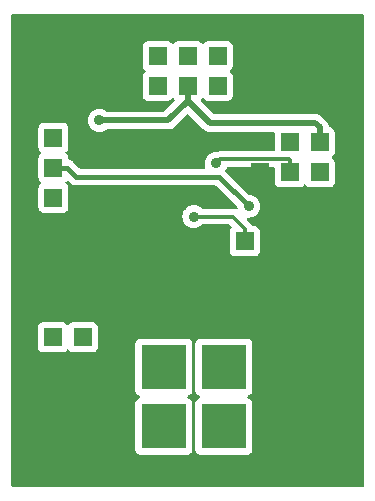
<source format=gbr>
%TF.GenerationSoftware,KiCad,Pcbnew,7.0.5.1-1-g8f565ef7f0-dirty-deb11*%
%TF.CreationDate,2023-07-20T11:10:34+00:00*%
%TF.ProjectId,I2CADC01,49324341-4443-4303-912e-6b696361645f,rev?*%
%TF.SameCoordinates,Original*%
%TF.FileFunction,Copper,L1,Top*%
%TF.FilePolarity,Positive*%
%FSLAX46Y46*%
G04 Gerber Fmt 4.6, Leading zero omitted, Abs format (unit mm)*
G04 Created by KiCad (PCBNEW 7.0.5.1-1-g8f565ef7f0-dirty-deb11) date 2023-07-20 11:10:34*
%MOMM*%
%LPD*%
G01*
G04 APERTURE LIST*
%TA.AperFunction,ComponentPad*%
%ADD10R,1.524000X1.524000*%
%TD*%
%TA.AperFunction,ComponentPad*%
%ADD11C,6.000000*%
%TD*%
%TA.AperFunction,ComponentPad*%
%ADD12R,3.810000X3.810000*%
%TD*%
%TA.AperFunction,ViaPad*%
%ADD13C,0.889000*%
%TD*%
%TA.AperFunction,Conductor*%
%ADD14C,0.500000*%
%TD*%
%TA.AperFunction,Conductor*%
%ADD15C,0.300000*%
%TD*%
%TA.AperFunction,Conductor*%
%ADD16C,0.400000*%
%TD*%
G04 APERTURE END LIST*
D10*
%TO.P,J1,1*%
%TO.N,GND*%
X3810000Y15494000D03*
%TO.P,J1,2*%
X6350000Y15494000D03*
%TO.P,J1,3*%
%TO.N,Net-(C5-Pad2)*%
X3810000Y12954000D03*
%TO.P,J1,4*%
X6350000Y12954000D03*
%TO.P,J1,5*%
%TO.N,GND*%
X3810000Y10414000D03*
%TO.P,J1,6*%
X6350000Y10414000D03*
%TD*%
%TO.P,J3,1*%
%TO.N,GND*%
X22606000Y21082000D03*
%TO.P,J3,2*%
%TO.N,Net-(J3-Pad2)*%
X20066000Y21082000D03*
%TD*%
%TO.P,J5,1*%
%TO.N,VCC*%
X26416000Y26924000D03*
%TO.P,J5,2*%
%TO.N,/CA0*%
X23876000Y26924000D03*
%TD*%
%TO.P,J6,1*%
%TO.N,VCC*%
X26416000Y29464000D03*
%TO.P,J6,2*%
%TO.N,/CA1*%
X23876000Y29464000D03*
%TD*%
%TO.P,J7,1*%
%TO.N,GND*%
X20320000Y36766500D03*
%TO.P,J7,2*%
X20320000Y34226500D03*
%TO.P,J7,3*%
%TO.N,/SDA*%
X17780000Y36766500D03*
%TO.P,J7,4*%
X17780000Y34226500D03*
%TO.P,J7,5*%
%TO.N,VCC*%
X15240000Y36766500D03*
%TO.P,J7,6*%
X15240000Y34226500D03*
%TO.P,J7,7*%
%TO.N,/SCL*%
X12700000Y36766500D03*
%TO.P,J7,8*%
X12700000Y34226500D03*
%TO.P,J7,9*%
%TO.N,GND*%
X10160000Y36766500D03*
%TO.P,J7,10*%
X10160000Y34226500D03*
%TD*%
D11*
%TO.P,M1,1*%
%TO.N,GND*%
X5080000Y35560000D03*
%TD*%
%TO.P,M2,1*%
%TO.N,GND*%
X25400000Y5080000D03*
%TD*%
%TO.P,M3,1*%
%TO.N,GND*%
X25400000Y35560000D03*
%TD*%
%TO.P,M4,1*%
%TO.N,GND*%
X5080000Y5080000D03*
%TD*%
D12*
%TO.P,P1,1*%
%TO.N,Net-(P1-Pad1)*%
X18288000Y5414000D03*
X18288000Y10414000D03*
%TD*%
%TO.P,P2,1*%
%TO.N,Net-(P2-Pad1)*%
X13208000Y10414000D03*
X13208000Y5414000D03*
%TD*%
D10*
%TO.P,J4,1*%
%TO.N,Net-(C8-Pad2)*%
X3873500Y29845000D03*
%TO.P,J4,2*%
%TO.N,Net-(J4-Pad2)*%
X3873500Y27305000D03*
%TO.P,J4,3*%
%TO.N,VCC*%
X3873500Y24765000D03*
%TD*%
%TO.P,J8,1*%
%TO.N,GND*%
X21336000Y26924000D03*
%TO.P,J8,2*%
X21336000Y29464000D03*
%TD*%
D13*
%TO.N,VCC*%
X7757524Y31309999D03*
%TO.N,Net-(J3-Pad2)*%
X15748000Y23177500D03*
%TO.N,/CA0*%
X17653000Y27686000D03*
%TO.N,Net-(J4-Pad2)*%
X20402158Y24041436D03*
%TD*%
D14*
%TO.N,VCC*%
X15240000Y32964500D02*
X16409241Y31795259D01*
X15240000Y32964500D02*
X13585499Y31309999D01*
X15240000Y34226500D02*
X15240000Y32964500D01*
X26027000Y31115000D02*
X17089500Y31115000D01*
X17089500Y31115000D02*
X16409241Y31795259D01*
X12558207Y31309999D02*
X7757524Y31309999D01*
X13585499Y31309999D02*
X12558207Y31309999D01*
X26416000Y30726000D02*
X26027000Y31115000D01*
X26416000Y30726000D02*
X26416000Y29464000D01*
D15*
%TO.N,Net-(J3-Pad2)*%
X15748000Y23177500D02*
X19032500Y23177500D01*
X19032500Y23177500D02*
X20066000Y22144000D01*
X20066000Y22144000D02*
X20066000Y21082000D01*
%TO.N,/CA0*%
X18003001Y28036001D02*
X17653000Y27686000D01*
X23876000Y27986000D02*
X23825999Y28036001D01*
X23876000Y26924000D02*
X23876000Y27986000D01*
X23825999Y28036001D02*
X18003001Y28036001D01*
D16*
%TO.N,Net-(J4-Pad2)*%
X3873500Y27305000D02*
X5035500Y27305000D01*
X5816501Y26523999D02*
X8495526Y26523999D01*
X5035500Y27305000D02*
X5816501Y26523999D01*
X17919595Y26523999D02*
X20402158Y24041436D01*
X8495526Y26523999D02*
X17919595Y26523999D01*
%TD*%
%TA.AperFunction,Conductor*%
%TO.N,GND*%
G36*
X30117621Y40315498D02*
G01*
X30164114Y40261842D01*
X30175500Y40209500D01*
X30175500Y430500D01*
X30155498Y362379D01*
X30101842Y315886D01*
X30049500Y304500D01*
X430500Y304500D01*
X362379Y324502D01*
X315886Y378158D01*
X304500Y430500D01*
X304500Y3460350D01*
X10794500Y3460350D01*
X10801009Y3399803D01*
X10801011Y3399795D01*
X10852110Y3262797D01*
X10852112Y3262792D01*
X10939738Y3145738D01*
X11056792Y3058112D01*
X11056797Y3058110D01*
X11193795Y3007011D01*
X11193803Y3007009D01*
X11254350Y3000500D01*
X11254362Y3000500D01*
X15161649Y3000500D01*
X15222196Y3007009D01*
X15222204Y3007011D01*
X15359202Y3058110D01*
X15359207Y3058112D01*
X15476261Y3145738D01*
X15563887Y3262792D01*
X15563889Y3262797D01*
X15614988Y3399795D01*
X15614990Y3399803D01*
X15621499Y3460350D01*
X15874500Y3460350D01*
X15881009Y3399803D01*
X15881011Y3399795D01*
X15932110Y3262797D01*
X15932112Y3262792D01*
X16019738Y3145738D01*
X16136792Y3058112D01*
X16136797Y3058110D01*
X16273795Y3007011D01*
X16273803Y3007009D01*
X16334350Y3000500D01*
X16334362Y3000500D01*
X20241649Y3000500D01*
X20302196Y3007009D01*
X20302204Y3007011D01*
X20439202Y3058110D01*
X20439207Y3058112D01*
X20556261Y3145738D01*
X20643887Y3262792D01*
X20643889Y3262797D01*
X20694988Y3399795D01*
X20694990Y3399803D01*
X20701499Y3460350D01*
X20701500Y3460367D01*
X20701500Y7367632D01*
X20701499Y7367649D01*
X20694990Y7428196D01*
X20694988Y7428204D01*
X20687960Y7447045D01*
X20643889Y7565204D01*
X20556261Y7682261D01*
X20439204Y7769889D01*
X20369343Y7795945D01*
X20312511Y7838491D01*
X20287700Y7905012D01*
X20302792Y7974386D01*
X20352994Y8024588D01*
X20369334Y8032050D01*
X20439204Y8058111D01*
X20439205Y8058112D01*
X20439208Y8058113D01*
X20556261Y8145738D01*
X20643887Y8262792D01*
X20643889Y8262797D01*
X20694988Y8399795D01*
X20694990Y8399803D01*
X20701499Y8460350D01*
X20701500Y8460367D01*
X20701500Y12367632D01*
X20701499Y12367649D01*
X20694990Y12428196D01*
X20694988Y12428204D01*
X20687960Y12447045D01*
X20643889Y12565204D01*
X20556261Y12682261D01*
X20439204Y12769889D01*
X20302201Y12820989D01*
X20302199Y12820989D01*
X20302196Y12820990D01*
X20241649Y12827499D01*
X20241645Y12827499D01*
X20241638Y12827500D01*
X16334362Y12827500D01*
X16334355Y12827499D01*
X16334350Y12827499D01*
X16273803Y12820990D01*
X16273795Y12820988D01*
X16195875Y12791924D01*
X16136796Y12769889D01*
X16136794Y12769888D01*
X16136792Y12769887D01*
X16019738Y12682261D01*
X15932112Y12565207D01*
X15932110Y12565202D01*
X15881011Y12428204D01*
X15881009Y12428196D01*
X15874500Y12367649D01*
X15874500Y8460350D01*
X15881009Y8399803D01*
X15881011Y8399795D01*
X15932110Y8262797D01*
X15932112Y8262792D01*
X16019738Y8145738D01*
X16136792Y8058112D01*
X16136797Y8058110D01*
X16206653Y8032055D01*
X16263489Y7989508D01*
X16288299Y7922988D01*
X16273207Y7853614D01*
X16223005Y7803412D01*
X16206653Y7795945D01*
X16169676Y7782152D01*
X16136796Y7769889D01*
X16136794Y7769888D01*
X16136792Y7769887D01*
X16019738Y7682261D01*
X15932112Y7565207D01*
X15932110Y7565202D01*
X15881011Y7428204D01*
X15881009Y7428196D01*
X15874500Y7367649D01*
X15874500Y3460350D01*
X15621499Y3460350D01*
X15621500Y3460367D01*
X15621500Y7367632D01*
X15621499Y7367649D01*
X15614990Y7428196D01*
X15614988Y7428204D01*
X15607960Y7447045D01*
X15563889Y7565204D01*
X15476261Y7682261D01*
X15359204Y7769889D01*
X15289343Y7795945D01*
X15232511Y7838491D01*
X15207700Y7905012D01*
X15222792Y7974386D01*
X15272994Y8024588D01*
X15289334Y8032050D01*
X15359204Y8058111D01*
X15359205Y8058112D01*
X15359208Y8058113D01*
X15476261Y8145738D01*
X15563887Y8262792D01*
X15563889Y8262797D01*
X15614988Y8399795D01*
X15614990Y8399803D01*
X15621499Y8460350D01*
X15621500Y8460367D01*
X15621500Y12367632D01*
X15621499Y12367649D01*
X15614990Y12428196D01*
X15614988Y12428204D01*
X15607960Y12447045D01*
X15563889Y12565204D01*
X15476261Y12682261D01*
X15359204Y12769889D01*
X15222201Y12820989D01*
X15222199Y12820989D01*
X15222196Y12820990D01*
X15161649Y12827499D01*
X15161645Y12827499D01*
X15161638Y12827500D01*
X11254362Y12827500D01*
X11254355Y12827499D01*
X11254350Y12827499D01*
X11193803Y12820990D01*
X11193795Y12820988D01*
X11115875Y12791924D01*
X11056796Y12769889D01*
X11056794Y12769888D01*
X11056792Y12769887D01*
X10939738Y12682261D01*
X10852112Y12565207D01*
X10852110Y12565202D01*
X10801011Y12428204D01*
X10801009Y12428196D01*
X10794500Y12367649D01*
X10794500Y8460350D01*
X10801009Y8399803D01*
X10801011Y8399795D01*
X10852110Y8262797D01*
X10852112Y8262792D01*
X10939738Y8145738D01*
X11056792Y8058112D01*
X11056797Y8058110D01*
X11126653Y8032055D01*
X11183489Y7989508D01*
X11208299Y7922988D01*
X11193207Y7853614D01*
X11143005Y7803412D01*
X11126653Y7795945D01*
X11089676Y7782152D01*
X11056796Y7769889D01*
X11056794Y7769888D01*
X11056792Y7769887D01*
X10939738Y7682261D01*
X10852112Y7565207D01*
X10852110Y7565202D01*
X10801011Y7428204D01*
X10801009Y7428196D01*
X10794500Y7367649D01*
X10794500Y3460350D01*
X304500Y3460350D01*
X304500Y12143350D01*
X2539500Y12143350D01*
X2546009Y12082803D01*
X2546011Y12082795D01*
X2597110Y11945797D01*
X2597112Y11945792D01*
X2684738Y11828738D01*
X2801792Y11741112D01*
X2801797Y11741110D01*
X2938795Y11690011D01*
X2938803Y11690009D01*
X2999350Y11683500D01*
X2999362Y11683500D01*
X4620649Y11683500D01*
X4681196Y11690009D01*
X4681204Y11690011D01*
X4818202Y11741110D01*
X4818207Y11741112D01*
X4935261Y11828738D01*
X4979131Y11887342D01*
X5035967Y11929889D01*
X5106782Y11934954D01*
X5169094Y11900928D01*
X5180866Y11887344D01*
X5224739Y11828738D01*
X5341792Y11741112D01*
X5341797Y11741110D01*
X5478795Y11690011D01*
X5478803Y11690009D01*
X5539350Y11683500D01*
X5539362Y11683500D01*
X7160649Y11683500D01*
X7221196Y11690009D01*
X7221204Y11690011D01*
X7358202Y11741110D01*
X7358207Y11741112D01*
X7475261Y11828738D01*
X7562887Y11945792D01*
X7562889Y11945797D01*
X7613988Y12082795D01*
X7613990Y12082803D01*
X7620499Y12143350D01*
X7620500Y12143367D01*
X7620500Y13764632D01*
X7620499Y13764649D01*
X7613990Y13825196D01*
X7613988Y13825204D01*
X7606960Y13844045D01*
X7562889Y13962204D01*
X7475261Y14079261D01*
X7358204Y14166889D01*
X7221201Y14217989D01*
X7221199Y14217989D01*
X7221196Y14217990D01*
X7160649Y14224499D01*
X7160645Y14224499D01*
X7160638Y14224500D01*
X5539362Y14224500D01*
X5539355Y14224499D01*
X5539350Y14224499D01*
X5478803Y14217990D01*
X5478795Y14217988D01*
X5400875Y14188924D01*
X5341796Y14166889D01*
X5341794Y14166888D01*
X5341792Y14166887D01*
X5224738Y14079261D01*
X5180868Y14020657D01*
X5124032Y13978110D01*
X5053216Y13973046D01*
X4990904Y14007071D01*
X4979132Y14020657D01*
X4935261Y14079261D01*
X4818207Y14166887D01*
X4818206Y14166887D01*
X4818204Y14166889D01*
X4681201Y14217989D01*
X4681199Y14217989D01*
X4681196Y14217990D01*
X4620649Y14224499D01*
X4620645Y14224499D01*
X4620638Y14224500D01*
X2999362Y14224500D01*
X2999355Y14224499D01*
X2999350Y14224499D01*
X2938803Y14217990D01*
X2938795Y14217988D01*
X2860875Y14188924D01*
X2801796Y14166889D01*
X2801794Y14166888D01*
X2801792Y14166887D01*
X2684738Y14079261D01*
X2597112Y13962207D01*
X2597110Y13962202D01*
X2546011Y13825204D01*
X2546009Y13825196D01*
X2539500Y13764649D01*
X2539500Y12143350D01*
X304500Y12143350D01*
X304500Y23954350D01*
X2603000Y23954350D01*
X2609509Y23893803D01*
X2609511Y23893795D01*
X2660610Y23756797D01*
X2660612Y23756792D01*
X2748238Y23639738D01*
X2865292Y23552112D01*
X2865297Y23552110D01*
X3002295Y23501011D01*
X3002303Y23501009D01*
X3062850Y23494500D01*
X3062862Y23494500D01*
X4684149Y23494500D01*
X4744696Y23501009D01*
X4744704Y23501011D01*
X4881702Y23552110D01*
X4881707Y23552112D01*
X4998761Y23639738D01*
X5086387Y23756792D01*
X5086389Y23756797D01*
X5096069Y23782748D01*
X5111371Y23823774D01*
X5137488Y23893795D01*
X5137490Y23893803D01*
X5143999Y23954350D01*
X5144000Y23954367D01*
X5144000Y25575632D01*
X5143999Y25575649D01*
X5137490Y25636196D01*
X5137488Y25636204D01*
X5109549Y25711110D01*
X5086389Y25773204D01*
X5067274Y25798738D01*
X4998761Y25890261D01*
X4940157Y25934132D01*
X4897610Y25990968D01*
X4892546Y26061784D01*
X4926571Y26124096D01*
X4940157Y26135868D01*
X5002877Y26182820D01*
X5069397Y26207631D01*
X5138771Y26192540D01*
X5167481Y26171047D01*
X5299019Y26039510D01*
X5301627Y26036739D01*
X5343227Y25989783D01*
X5394840Y25954156D01*
X5397903Y25951902D01*
X5447273Y25913225D01*
X5447278Y25913222D01*
X5456576Y25909037D01*
X5476427Y25897841D01*
X5484821Y25892047D01*
X5484827Y25892044D01*
X5543471Y25869803D01*
X5546986Y25868347D01*
X5604166Y25842613D01*
X5604178Y25842609D01*
X5614207Y25840771D01*
X5636154Y25834653D01*
X5645696Y25831035D01*
X5645698Y25831034D01*
X5645700Y25831034D01*
X5681963Y25826630D01*
X5707959Y25823473D01*
X5711717Y25822901D01*
X5773406Y25811598D01*
X5773407Y25811598D01*
X5773408Y25811598D01*
X5836003Y25815384D01*
X5839803Y25815499D01*
X8452667Y25815499D01*
X17573935Y25815499D01*
X17642056Y25795497D01*
X17663025Y25778598D01*
X19033722Y24407901D01*
X19417514Y24024109D01*
X19451539Y23961797D01*
X19453811Y23947363D01*
X19456410Y23920972D01*
X19443181Y23851219D01*
X19394340Y23799691D01*
X19325395Y23782748D01*
X19285146Y23794076D01*
X19284208Y23791706D01*
X19276842Y23794621D01*
X19276837Y23794624D01*
X19256062Y23799957D01*
X19237369Y23806356D01*
X19217676Y23814880D01*
X19169091Y23822574D01*
X19163310Y23823771D01*
X19115688Y23836000D01*
X19115686Y23836000D01*
X19094241Y23836000D01*
X19074532Y23837550D01*
X19053348Y23840906D01*
X19016500Y23837422D01*
X19004406Y23836280D01*
X18998473Y23836000D01*
X16492921Y23836000D01*
X16424800Y23856002D01*
X16412988Y23864601D01*
X16303627Y23954350D01*
X16280023Y23973721D01*
X16280023Y23973722D01*
X16280021Y23973723D01*
X16280020Y23973724D01*
X16114462Y24062217D01*
X15934821Y24116711D01*
X15934815Y24116711D01*
X15934814Y24116712D01*
X15748003Y24135111D01*
X15747997Y24135111D01*
X15561186Y24116712D01*
X15561184Y24116712D01*
X15561181Y24116711D01*
X15561179Y24116711D01*
X15381538Y24062217D01*
X15215980Y23973724D01*
X15070867Y23854633D01*
X14990571Y23756792D01*
X14951776Y23709520D01*
X14863284Y23543965D01*
X14863282Y23543959D01*
X14808787Y23364315D01*
X14808787Y23364313D01*
X14790389Y23177503D01*
X14790389Y23177496D01*
X14808787Y22990686D01*
X14808787Y22990684D01*
X14863282Y22811040D01*
X14863284Y22811034D01*
X14951776Y22645479D01*
X15070867Y22500367D01*
X15215979Y22381276D01*
X15381534Y22292784D01*
X15381540Y22292782D01*
X15561185Y22238287D01*
X15747997Y22219889D01*
X15748000Y22219889D01*
X15748003Y22219889D01*
X15934813Y22238287D01*
X15934815Y22238287D01*
X16114459Y22292782D01*
X16114465Y22292784D01*
X16280023Y22381277D01*
X16280023Y22381278D01*
X16412988Y22490399D01*
X16478335Y22518153D01*
X16492921Y22519000D01*
X18707549Y22519000D01*
X18775670Y22498998D01*
X18796645Y22482095D01*
X18919508Y22359230D01*
X18953533Y22296917D01*
X18948467Y22226102D01*
X18931280Y22194626D01*
X18853112Y22090207D01*
X18853110Y22090202D01*
X18802011Y21953204D01*
X18802009Y21953196D01*
X18795500Y21892649D01*
X18795500Y20271350D01*
X18802009Y20210803D01*
X18802011Y20210795D01*
X18853110Y20073797D01*
X18853112Y20073792D01*
X18940738Y19956738D01*
X19057792Y19869112D01*
X19057797Y19869110D01*
X19194795Y19818011D01*
X19194803Y19818009D01*
X19255350Y19811500D01*
X19255362Y19811500D01*
X20876649Y19811500D01*
X20937196Y19818009D01*
X20937204Y19818011D01*
X21074202Y19869110D01*
X21074207Y19869112D01*
X21191261Y19956738D01*
X21278887Y20073792D01*
X21278889Y20073797D01*
X21329988Y20210795D01*
X21329990Y20210803D01*
X21336499Y20271350D01*
X21336500Y20271367D01*
X21336500Y21892632D01*
X21336499Y21892649D01*
X21329990Y21953196D01*
X21329988Y21953204D01*
X21322960Y21972045D01*
X21278889Y22090204D01*
X21191261Y22207261D01*
X21174392Y22219889D01*
X21074207Y22294887D01*
X21074206Y22294887D01*
X21074204Y22294889D01*
X20937201Y22345989D01*
X20937199Y22345989D01*
X20937196Y22345990D01*
X20876649Y22352499D01*
X20876645Y22352499D01*
X20876638Y22352500D01*
X20876632Y22352500D01*
X20779600Y22352500D01*
X20711479Y22372502D01*
X20671151Y22414354D01*
X20664233Y22426050D01*
X20655529Y22443816D01*
X20647635Y22463756D01*
X20618730Y22503537D01*
X20615480Y22508487D01*
X20609263Y22519000D01*
X20590453Y22550807D01*
X20575281Y22565977D01*
X20562444Y22581009D01*
X20549845Y22598351D01*
X20549841Y22598357D01*
X20511950Y22629702D01*
X20507588Y22633670D01*
X20268775Y22872483D01*
X20234751Y22934793D01*
X20239816Y23005608D01*
X20282363Y23062444D01*
X20348883Y23087255D01*
X20370218Y23086970D01*
X20398539Y23084181D01*
X20402158Y23083825D01*
X20402159Y23083825D01*
X20402161Y23083825D01*
X20588971Y23102223D01*
X20588973Y23102223D01*
X20768617Y23156718D01*
X20768623Y23156720D01*
X20934178Y23245212D01*
X21079291Y23364303D01*
X21198382Y23509416D01*
X21286875Y23674974D01*
X21341369Y23854615D01*
X21341369Y23854617D01*
X21341370Y23854620D01*
X21341370Y23854622D01*
X21359769Y24041432D01*
X21359769Y24041439D01*
X21341370Y24228249D01*
X21341370Y24228251D01*
X21341369Y24228252D01*
X21341369Y24228257D01*
X21286875Y24407898D01*
X21198382Y24573456D01*
X21079291Y24718569D01*
X20934178Y24837660D01*
X20768620Y24926153D01*
X20588979Y24980647D01*
X20496225Y24989781D01*
X20430398Y25016362D01*
X20419492Y25026070D01*
X18458916Y26986646D01*
X18424892Y27048956D01*
X18429957Y27119771D01*
X18446427Y27148400D01*
X18445784Y27148831D01*
X18449222Y27153976D01*
X18533098Y27310897D01*
X18582850Y27361545D01*
X18644220Y27377501D01*
X22479500Y27377501D01*
X22547621Y27357499D01*
X22594114Y27303843D01*
X22605500Y27251501D01*
X22605500Y26113350D01*
X22612009Y26052803D01*
X22612011Y26052795D01*
X22663110Y25915797D01*
X22663112Y25915792D01*
X22750738Y25798738D01*
X22867792Y25711112D01*
X22867797Y25711110D01*
X23004795Y25660011D01*
X23004803Y25660009D01*
X23065350Y25653500D01*
X23065362Y25653500D01*
X24686649Y25653500D01*
X24747196Y25660009D01*
X24747204Y25660011D01*
X24884202Y25711110D01*
X24884207Y25711112D01*
X25001261Y25798739D01*
X25045133Y25857343D01*
X25101969Y25899889D01*
X25172784Y25904953D01*
X25235096Y25870928D01*
X25246867Y25857343D01*
X25290738Y25798739D01*
X25407792Y25711112D01*
X25407797Y25711110D01*
X25544795Y25660011D01*
X25544803Y25660009D01*
X25605350Y25653500D01*
X25605362Y25653500D01*
X27226649Y25653500D01*
X27287196Y25660009D01*
X27287204Y25660011D01*
X27424202Y25711110D01*
X27424207Y25711112D01*
X27541261Y25798738D01*
X27628887Y25915792D01*
X27628889Y25915797D01*
X27679988Y26052795D01*
X27679990Y26052803D01*
X27686499Y26113350D01*
X27686500Y26113367D01*
X27686500Y27734632D01*
X27686499Y27734649D01*
X27679990Y27795196D01*
X27679988Y27795204D01*
X27651038Y27872821D01*
X27628889Y27932204D01*
X27625332Y27936955D01*
X27541261Y28049261D01*
X27482657Y28093132D01*
X27440110Y28149968D01*
X27435046Y28220784D01*
X27469071Y28283096D01*
X27482657Y28294868D01*
X27541261Y28338738D01*
X27628887Y28455792D01*
X27628889Y28455797D01*
X27679988Y28592795D01*
X27679990Y28592803D01*
X27686499Y28653350D01*
X27686500Y28653367D01*
X27686500Y30274632D01*
X27686499Y30274649D01*
X27679990Y30335196D01*
X27679988Y30335204D01*
X27666716Y30370786D01*
X27628889Y30472204D01*
X27587561Y30527411D01*
X27541261Y30589261D01*
X27424207Y30676887D01*
X27424206Y30676887D01*
X27424204Y30676889D01*
X27287201Y30727989D01*
X27279204Y30728848D01*
X27213613Y30756014D01*
X27173119Y30814331D01*
X27167148Y30843147D01*
X27163887Y30880427D01*
X27163885Y30880430D01*
X27162402Y30887619D01*
X27162470Y30887633D01*
X27160841Y30894981D01*
X27160773Y30894965D01*
X27159079Y30902109D01*
X27159079Y30902113D01*
X27132826Y30974241D01*
X27132246Y30975911D01*
X27108114Y31048738D01*
X27108107Y31048748D01*
X27105010Y31055393D01*
X27105072Y31055422D01*
X27101789Y31062203D01*
X27101729Y31062173D01*
X27098437Y31068724D01*
X27098435Y31068732D01*
X27056240Y31132883D01*
X27055307Y31134348D01*
X27015030Y31199651D01*
X27015021Y31199659D01*
X27010477Y31205408D01*
X27010531Y31205450D01*
X27005775Y31211289D01*
X27005723Y31211246D01*
X27001007Y31216864D01*
X27001001Y31216874D01*
X26945147Y31269568D01*
X26943913Y31270766D01*
X26608901Y31605778D01*
X26596941Y31619617D01*
X26582469Y31639058D01*
X26542015Y31673001D01*
X26537979Y31676700D01*
X26532101Y31682580D01*
X26506753Y31702621D01*
X26505461Y31703674D01*
X26446640Y31753032D01*
X26446637Y31753033D01*
X26446633Y31753037D01*
X26440508Y31757066D01*
X26440545Y31757122D01*
X26434187Y31761173D01*
X26434151Y31761115D01*
X26427901Y31764970D01*
X26358376Y31797389D01*
X26356741Y31798179D01*
X26288188Y31832609D01*
X26288181Y31832610D01*
X26281291Y31835119D01*
X26281314Y31835184D01*
X26274197Y31837658D01*
X26274176Y31837594D01*
X26267207Y31839903D01*
X26249057Y31843650D01*
X26191994Y31855432D01*
X26190312Y31855805D01*
X26115656Y31873500D01*
X26115655Y31873500D01*
X26108368Y31874352D01*
X26108375Y31874419D01*
X26100877Y31875185D01*
X26100872Y31875119D01*
X26093566Y31875757D01*
X26093558Y31875759D01*
X26047543Y31874420D01*
X26016825Y31873527D01*
X26014993Y31873500D01*
X17455871Y31873500D01*
X17387750Y31893502D01*
X17366780Y31910400D01*
X16914342Y32362839D01*
X16914341Y32362839D01*
X16359694Y32917485D01*
X16325670Y32979795D01*
X16330735Y33050610D01*
X16359696Y33095673D01*
X16365260Y33101237D01*
X16409133Y33159843D01*
X16465969Y33202389D01*
X16536784Y33207453D01*
X16599096Y33173428D01*
X16610867Y33159843D01*
X16654738Y33101239D01*
X16771792Y33013612D01*
X16771797Y33013610D01*
X16908795Y32962511D01*
X16908803Y32962509D01*
X16969350Y32956000D01*
X16969362Y32956000D01*
X18590649Y32956000D01*
X18651196Y32962509D01*
X18651204Y32962511D01*
X18788202Y33013610D01*
X18788207Y33013612D01*
X18905261Y33101238D01*
X18992887Y33218292D01*
X18992889Y33218297D01*
X19043988Y33355295D01*
X19043990Y33355303D01*
X19050499Y33415850D01*
X19050500Y33415867D01*
X19050500Y35037132D01*
X19050499Y35037149D01*
X19043990Y35097696D01*
X19043988Y35097704D01*
X19036960Y35116545D01*
X18992889Y35234704D01*
X18905261Y35351761D01*
X18905260Y35351761D01*
X18846657Y35395632D01*
X18804110Y35452468D01*
X18799046Y35523284D01*
X18833071Y35585596D01*
X18846657Y35597368D01*
X18905261Y35641238D01*
X18992887Y35758292D01*
X18992889Y35758297D01*
X19043988Y35895295D01*
X19043990Y35895303D01*
X19050499Y35955850D01*
X19050500Y35955867D01*
X19050500Y37577132D01*
X19050499Y37577149D01*
X19043990Y37637696D01*
X19043988Y37637704D01*
X19036960Y37656545D01*
X18992889Y37774704D01*
X18905261Y37891761D01*
X18788204Y37979389D01*
X18651201Y38030489D01*
X18651199Y38030489D01*
X18651196Y38030490D01*
X18590649Y38036999D01*
X18590645Y38036999D01*
X18590638Y38037000D01*
X16969362Y38037000D01*
X16969355Y38036999D01*
X16969350Y38036999D01*
X16908803Y38030490D01*
X16908795Y38030488D01*
X16830875Y38001424D01*
X16771796Y37979389D01*
X16771794Y37979388D01*
X16771792Y37979387D01*
X16654737Y37891760D01*
X16610866Y37833156D01*
X16554030Y37790610D01*
X16483214Y37785546D01*
X16420902Y37819572D01*
X16409132Y37833156D01*
X16365261Y37891761D01*
X16248204Y37979389D01*
X16111201Y38030489D01*
X16111199Y38030489D01*
X16111196Y38030490D01*
X16050649Y38036999D01*
X16050645Y38036999D01*
X16050638Y38037000D01*
X14429362Y38037000D01*
X14429355Y38036999D01*
X14429350Y38036999D01*
X14368803Y38030490D01*
X14368795Y38030488D01*
X14290875Y38001424D01*
X14231796Y37979389D01*
X14231794Y37979388D01*
X14231792Y37979387D01*
X14114737Y37891760D01*
X14070866Y37833156D01*
X14014030Y37790610D01*
X13943214Y37785546D01*
X13880902Y37819572D01*
X13869132Y37833156D01*
X13825261Y37891761D01*
X13708204Y37979389D01*
X13571201Y38030489D01*
X13571199Y38030489D01*
X13571196Y38030490D01*
X13510649Y38036999D01*
X13510645Y38036999D01*
X13510638Y38037000D01*
X11889362Y38037000D01*
X11889355Y38036999D01*
X11889350Y38036999D01*
X11828803Y38030490D01*
X11828795Y38030488D01*
X11750875Y38001424D01*
X11691796Y37979389D01*
X11691794Y37979388D01*
X11691792Y37979387D01*
X11574738Y37891761D01*
X11487112Y37774707D01*
X11487110Y37774702D01*
X11436011Y37637704D01*
X11436009Y37637696D01*
X11429500Y37577149D01*
X11429500Y35955850D01*
X11436009Y35895303D01*
X11436011Y35895295D01*
X11487110Y35758297D01*
X11487112Y35758292D01*
X11574739Y35641238D01*
X11633343Y35597367D01*
X11675889Y35540531D01*
X11680953Y35469716D01*
X11646928Y35407404D01*
X11633343Y35395633D01*
X11574739Y35351761D01*
X11487112Y35234707D01*
X11487110Y35234702D01*
X11436011Y35097704D01*
X11436009Y35097696D01*
X11429500Y35037149D01*
X11429500Y33415850D01*
X11436009Y33355303D01*
X11436011Y33355295D01*
X11487110Y33218297D01*
X11487112Y33218292D01*
X11574738Y33101238D01*
X11691792Y33013612D01*
X11691797Y33013610D01*
X11828795Y32962511D01*
X11828803Y32962509D01*
X11889350Y32956000D01*
X11889362Y32956000D01*
X13510649Y32956000D01*
X13571196Y32962509D01*
X13571204Y32962511D01*
X13708202Y33013610D01*
X13708207Y33013612D01*
X13825261Y33101238D01*
X13869131Y33159842D01*
X13925967Y33202389D01*
X13996782Y33207454D01*
X14059094Y33173428D01*
X14070866Y33159844D01*
X14114741Y33101235D01*
X14120303Y33095674D01*
X14154329Y33033362D01*
X14149264Y32962547D01*
X14120303Y32917484D01*
X13308223Y32105404D01*
X13245911Y32071378D01*
X13219128Y32068499D01*
X8380594Y32068499D01*
X8312473Y32088501D01*
X8300659Y32097101D01*
X8289544Y32106223D01*
X8123986Y32194716D01*
X7944345Y32249210D01*
X7944339Y32249210D01*
X7944338Y32249211D01*
X7757527Y32267610D01*
X7757521Y32267610D01*
X7570710Y32249211D01*
X7570708Y32249211D01*
X7570705Y32249210D01*
X7570703Y32249210D01*
X7391062Y32194716D01*
X7225504Y32106223D01*
X7080391Y31987132D01*
X6987890Y31874419D01*
X6961300Y31842019D01*
X6872808Y31676464D01*
X6872806Y31676458D01*
X6818311Y31496814D01*
X6818311Y31496812D01*
X6799913Y31310002D01*
X6799913Y31309995D01*
X6818311Y31123185D01*
X6818311Y31123183D01*
X6872806Y30943539D01*
X6872808Y30943533D01*
X6961300Y30777978D01*
X7080391Y30632866D01*
X7225503Y30513775D01*
X7391058Y30425283D01*
X7391064Y30425281D01*
X7570709Y30370786D01*
X7757521Y30352388D01*
X7757524Y30352388D01*
X7757527Y30352388D01*
X7944337Y30370786D01*
X7944339Y30370786D01*
X8123983Y30425281D01*
X8123989Y30425283D01*
X8289544Y30513775D01*
X8300659Y30522897D01*
X8366006Y30550652D01*
X8380594Y30551499D01*
X12469551Y30551499D01*
X13521058Y30551499D01*
X13539318Y30550169D01*
X13563287Y30546658D01*
X13563288Y30546658D01*
X13572032Y30547423D01*
X13615884Y30551259D01*
X13621377Y30551499D01*
X13629684Y30551499D01*
X13661698Y30555241D01*
X13663514Y30555426D01*
X13681590Y30557008D01*
X13739918Y30562111D01*
X13739921Y30562111D01*
X13739925Y30562112D01*
X13739928Y30562113D01*
X13747105Y30563595D01*
X13747118Y30563530D01*
X13754488Y30565164D01*
X13754474Y30565228D01*
X13761614Y30566920D01*
X13797407Y30579948D01*
X13833746Y30593174D01*
X13835433Y30593760D01*
X13908235Y30617884D01*
X13914887Y30620986D01*
X13914915Y30620925D01*
X13921701Y30624210D01*
X13921672Y30624269D01*
X13928229Y30627562D01*
X13992349Y30669735D01*
X13993895Y30670720D01*
X14059150Y30710969D01*
X14059152Y30710971D01*
X14064907Y30715521D01*
X14064949Y30715467D01*
X14070791Y30720227D01*
X14070749Y30720278D01*
X14076371Y30724996D01*
X14129039Y30780821D01*
X14130316Y30782135D01*
X14619015Y31270834D01*
X15150906Y31802725D01*
X15213216Y31836749D01*
X15284031Y31831685D01*
X15329094Y31802724D01*
X15810211Y31321608D01*
X16507595Y30624222D01*
X16519563Y30610373D01*
X16534025Y30590948D01*
X16534033Y30590939D01*
X16574469Y30557008D01*
X16578515Y30553302D01*
X16584395Y30547423D01*
X16609701Y30527411D01*
X16611118Y30526257D01*
X16669864Y30476965D01*
X16675991Y30472935D01*
X16675955Y30472881D01*
X16682320Y30468827D01*
X16682354Y30468882D01*
X16688593Y30465033D01*
X16758116Y30432613D01*
X16759764Y30431816D01*
X16828308Y30397392D01*
X16835204Y30394883D01*
X16835181Y30394821D01*
X16842313Y30392342D01*
X16842334Y30392403D01*
X16849295Y30390095D01*
X16924466Y30374573D01*
X16926253Y30374177D01*
X17000843Y30356500D01*
X17008134Y30355648D01*
X17008126Y30355580D01*
X17015623Y30354814D01*
X17015629Y30354881D01*
X17022942Y30354241D01*
X17022943Y30354241D01*
X17026146Y30354334D01*
X17099676Y30356473D01*
X17101508Y30356500D01*
X22479500Y30356500D01*
X22547621Y30336498D01*
X22594114Y30282842D01*
X22605500Y30230500D01*
X22605500Y28820501D01*
X22585498Y28752380D01*
X22531842Y28705887D01*
X22479500Y28694501D01*
X18089612Y28694501D01*
X18073380Y28696292D01*
X18073357Y28696043D01*
X18065464Y28696789D01*
X17993643Y28694532D01*
X17991664Y28694501D01*
X17961569Y28694501D01*
X17954221Y28693572D01*
X17948317Y28693107D01*
X17899170Y28691563D01*
X17878577Y28685580D01*
X17859219Y28681572D01*
X17845972Y28679898D01*
X17837937Y28678883D01*
X17792209Y28660778D01*
X17786620Y28658864D01*
X17739401Y28645146D01*
X17739399Y28645145D01*
X17736907Y28644421D01*
X17689404Y28640025D01*
X17653000Y28643611D01*
X17652999Y28643610D01*
X17652999Y28643611D01*
X17652997Y28643611D01*
X17466186Y28625212D01*
X17466184Y28625212D01*
X17466181Y28625211D01*
X17466179Y28625211D01*
X17286538Y28570717D01*
X17120980Y28482224D01*
X16975867Y28363133D01*
X16883933Y28251111D01*
X16856776Y28218020D01*
X16768284Y28052465D01*
X16768282Y28052459D01*
X16713787Y27872815D01*
X16713787Y27872813D01*
X16695389Y27686003D01*
X16695389Y27685996D01*
X16713787Y27499186D01*
X16713789Y27499178D01*
X16745369Y27395076D01*
X16746003Y27324082D01*
X16708155Y27264015D01*
X16643840Y27233947D01*
X16624795Y27232499D01*
X6162162Y27232499D01*
X6094041Y27252501D01*
X6073067Y27269403D01*
X5947394Y27395076D01*
X5552957Y27789511D01*
X5550388Y27792239D01*
X5508773Y27839215D01*
X5457121Y27874867D01*
X5454136Y27877063D01*
X5404726Y27915775D01*
X5395422Y27919961D01*
X5375566Y27931161D01*
X5367175Y27936954D01*
X5308509Y27959202D01*
X5305052Y27960634D01*
X5247829Y27986389D01*
X5247300Y27986486D01*
X5246946Y27986664D01*
X5240546Y27988659D01*
X5240877Y27989722D01*
X5183898Y28018433D01*
X5147832Y28079586D01*
X5144000Y28110424D01*
X5144000Y28115632D01*
X5143999Y28115649D01*
X5137490Y28176196D01*
X5137488Y28176204D01*
X5114427Y28238031D01*
X5086389Y28313204D01*
X5067274Y28338738D01*
X4998761Y28430261D01*
X4940157Y28474132D01*
X4897610Y28530968D01*
X4892546Y28601784D01*
X4926571Y28664096D01*
X4940157Y28675868D01*
X4998761Y28719738D01*
X5086387Y28836792D01*
X5086389Y28836797D01*
X5137488Y28973795D01*
X5137490Y28973803D01*
X5143999Y29034350D01*
X5144000Y29034367D01*
X5144000Y30655632D01*
X5143999Y30655649D01*
X5137490Y30716196D01*
X5137488Y30716204D01*
X5122639Y30756014D01*
X5086389Y30853204D01*
X5058076Y30891025D01*
X4998761Y30970261D01*
X4881707Y31057887D01*
X4881706Y31057887D01*
X4881704Y31057889D01*
X4744701Y31108989D01*
X4744699Y31108989D01*
X4744696Y31108990D01*
X4684149Y31115499D01*
X4684145Y31115499D01*
X4684138Y31115500D01*
X3062862Y31115500D01*
X3062855Y31115499D01*
X3062850Y31115499D01*
X3002303Y31108990D01*
X3002295Y31108988D01*
X2924375Y31079924D01*
X2865296Y31057889D01*
X2865294Y31057888D01*
X2865292Y31057887D01*
X2748238Y30970261D01*
X2660612Y30853207D01*
X2660610Y30853202D01*
X2609511Y30716204D01*
X2609509Y30716196D01*
X2603000Y30655649D01*
X2603000Y29034350D01*
X2609509Y28973803D01*
X2609511Y28973795D01*
X2660610Y28836797D01*
X2660612Y28836792D01*
X2748239Y28719738D01*
X2806843Y28675867D01*
X2849389Y28619031D01*
X2854453Y28548216D01*
X2820428Y28485904D01*
X2806843Y28474133D01*
X2748239Y28430261D01*
X2660612Y28313207D01*
X2660610Y28313202D01*
X2609511Y28176204D01*
X2609509Y28176196D01*
X2603000Y28115649D01*
X2603000Y26494350D01*
X2609509Y26433803D01*
X2609511Y26433795D01*
X2660610Y26296797D01*
X2660612Y26296792D01*
X2748239Y26179738D01*
X2806843Y26135867D01*
X2849389Y26079031D01*
X2854453Y26008216D01*
X2820428Y25945904D01*
X2806843Y25934133D01*
X2748239Y25890261D01*
X2660612Y25773207D01*
X2660610Y25773202D01*
X2609511Y25636204D01*
X2609509Y25636196D01*
X2603000Y25575649D01*
X2603000Y23954350D01*
X304500Y23954350D01*
X304500Y40209500D01*
X324502Y40277621D01*
X378158Y40324114D01*
X430500Y40335500D01*
X30049500Y40335500D01*
X30117621Y40315498D01*
G37*
%TD.AperFunction*%
%TD*%
M02*

</source>
